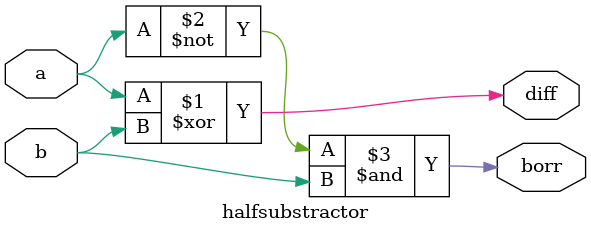
<source format=v>
module halfsubstractor(a,b,diff,borr);

    input a,b;
    output diff,borr;

    assign diff = a^b;
    assign borr = ~a & b;

endmodule   
</source>
